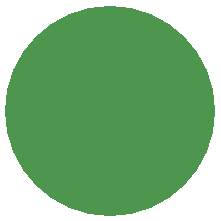
<source format=gbr>
G04 #@! TF.GenerationSoftware,KiCad,Pcbnew,5.1.0-unknown-567bdd9~82~ubuntu18.10.1*
G04 #@! TF.CreationDate,2019-04-01T09:59:20+02:00*
G04 #@! TF.ProjectId,weather,77656174-6865-4722-9e6b-696361645f70,1.2*
G04 #@! TF.SameCoordinates,Original*
G04 #@! TF.FileFunction,Paste,Bot*
G04 #@! TF.FilePolarity,Positive*
%FSLAX46Y46*%
G04 Gerber Fmt 4.6, Leading zero omitted, Abs format (unit mm)*
G04 Created by KiCad (PCBNEW 5.1.0-unknown-567bdd9~82~ubuntu18.10.1) date 2019-04-01 09:59:20*
%MOMM*%
%LPD*%
G04 APERTURE LIST*
%ADD10C,17.800000*%
G04 APERTURE END LIST*
D10*
X112170000Y-76200000D03*
M02*

</source>
